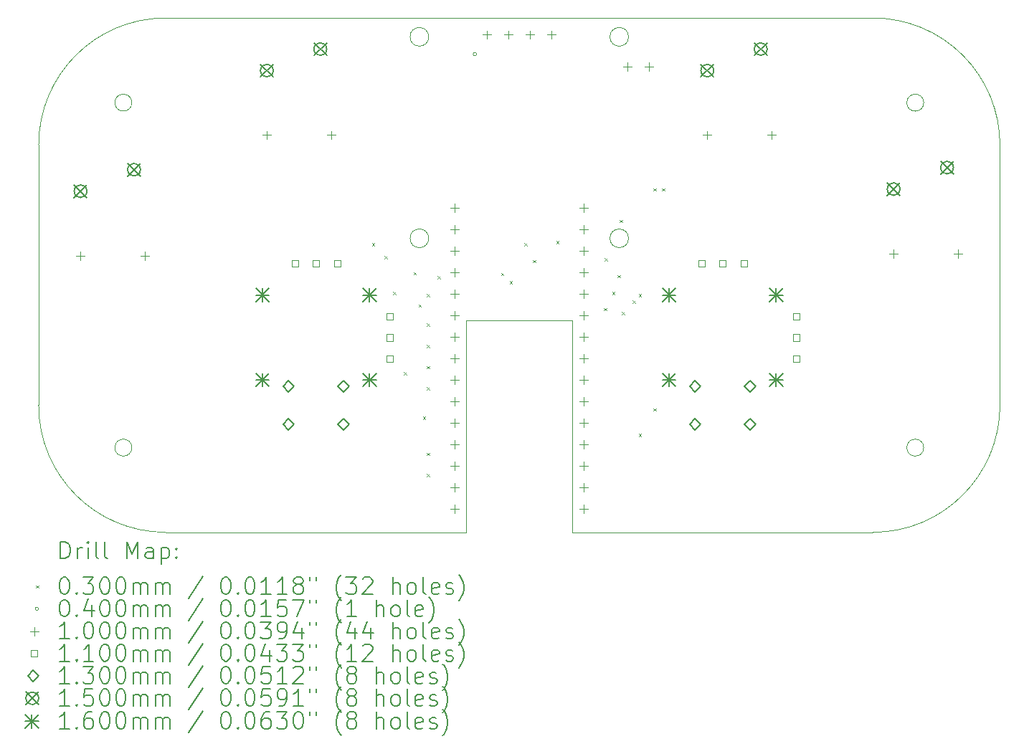
<source format=gbr>
%TF.GenerationSoftware,KiCad,Pcbnew,(6.0.9)*%
%TF.CreationDate,2023-06-09T10:32:01+10:00*%
%TF.ProjectId,Joysticks2.0,4a6f7973-7469-4636-9b73-322e302e6b69,rev?*%
%TF.SameCoordinates,PX3d09000PY568bc30*%
%TF.FileFunction,Drillmap*%
%TF.FilePolarity,Positive*%
%FSLAX45Y45*%
G04 Gerber Fmt 4.5, Leading zero omitted, Abs format (unit mm)*
G04 Created by KiCad (PCBNEW (6.0.9)) date 2023-06-09 10:32:01*
%MOMM*%
%LPD*%
G01*
G04 APERTURE LIST*
%ADD10C,0.010000*%
%ADD11C,0.200000*%
%ADD12C,0.030000*%
%ADD13C,0.040000*%
%ADD14C,0.100000*%
%ADD15C,0.110000*%
%ADD16C,0.130000*%
%ADD17C,0.150000*%
%ADD18C,0.160000*%
G04 APERTURE END LIST*
D10*
X-2075000Y450000D02*
X-2075000Y-2625000D01*
X9275000Y450000D02*
G75*
G03*
X7775000Y1950000I-1500000J0D01*
G01*
X2975000Y-1625000D02*
X4225000Y-1625000D01*
X-2075000Y-2625000D02*
G75*
G03*
X-575000Y-4125000I1500000J0D01*
G01*
X7775000Y-4125000D02*
G75*
G03*
X9275000Y-2625000I0J1500000D01*
G01*
X2530000Y-652500D02*
G75*
G03*
X2530000Y-652500I-110000J0D01*
G01*
X7775000Y1950000D02*
X-575000Y1950000D01*
X-975000Y950000D02*
G75*
G03*
X-975000Y950000I-100000J0D01*
G01*
X-975000Y-3125000D02*
G75*
G03*
X-975000Y-3125000I-100000J0D01*
G01*
X4890000Y-652500D02*
G75*
G03*
X4890000Y-652500I-110000J0D01*
G01*
X4890000Y1727500D02*
G75*
G03*
X4890000Y1727500I-110000J0D01*
G01*
X-575000Y1950000D02*
G75*
G03*
X-2075000Y450000I0J-1500000D01*
G01*
X2975000Y-4125000D02*
X2975000Y-1625000D01*
X8375000Y-3125000D02*
G75*
G03*
X8375000Y-3125000I-100000J0D01*
G01*
X2530000Y1727500D02*
G75*
G03*
X2530000Y1727500I-110000J0D01*
G01*
X9275000Y-2625000D02*
X9275000Y450000D01*
X4225000Y-4125000D02*
X7775000Y-4125000D01*
X8375000Y950000D02*
G75*
G03*
X8375000Y950000I-100000J0D01*
G01*
X-575000Y-4125000D02*
X2975000Y-4125000D01*
X4225000Y-1625000D02*
X4225000Y-4125000D01*
D11*
D12*
X1860000Y-710000D02*
X1890000Y-740000D01*
X1890000Y-710000D02*
X1860000Y-740000D01*
X2010000Y-860000D02*
X2040000Y-890000D01*
X2040000Y-860000D02*
X2010000Y-890000D01*
X2110000Y-1285000D02*
X2140000Y-1315000D01*
X2140000Y-1285000D02*
X2110000Y-1315000D01*
X2237550Y-2235000D02*
X2267550Y-2265000D01*
X2267550Y-2235000D02*
X2237550Y-2265000D01*
X2353341Y-1053341D02*
X2383341Y-1083341D01*
X2383341Y-1053341D02*
X2353341Y-1083341D01*
X2409292Y-1434292D02*
X2439292Y-1464292D01*
X2439292Y-1434292D02*
X2409292Y-1464292D01*
X2460000Y-2760000D02*
X2490000Y-2790000D01*
X2490000Y-2760000D02*
X2460000Y-2790000D01*
X2510000Y-1310000D02*
X2540000Y-1340000D01*
X2540000Y-1310000D02*
X2510000Y-1340000D01*
X2510000Y-1660000D02*
X2540000Y-1690000D01*
X2540000Y-1660000D02*
X2510000Y-1690000D01*
X2510000Y-1910000D02*
X2540000Y-1940000D01*
X2540000Y-1910000D02*
X2510000Y-1940000D01*
X2510000Y-2160000D02*
X2540000Y-2190000D01*
X2540000Y-2160000D02*
X2510000Y-2190000D01*
X2510000Y-2410000D02*
X2540000Y-2440000D01*
X2540000Y-2410000D02*
X2510000Y-2440000D01*
X2510000Y-3185000D02*
X2540000Y-3215000D01*
X2540000Y-3185000D02*
X2510000Y-3215000D01*
X2510000Y-3435000D02*
X2540000Y-3465000D01*
X2540000Y-3435000D02*
X2510000Y-3465000D01*
X2635000Y-1097550D02*
X2665000Y-1127550D01*
X2665000Y-1097550D02*
X2635000Y-1127550D01*
X3385000Y-1060000D02*
X3415000Y-1090000D01*
X3415000Y-1060000D02*
X3385000Y-1090000D01*
X3485000Y-1160000D02*
X3515000Y-1190000D01*
X3515000Y-1160000D02*
X3485000Y-1190000D01*
X3660000Y-710000D02*
X3690000Y-740000D01*
X3690000Y-710000D02*
X3660000Y-740000D01*
X3760000Y-910000D02*
X3790000Y-940000D01*
X3790000Y-910000D02*
X3760000Y-940000D01*
X4035000Y-685000D02*
X4065000Y-715000D01*
X4065000Y-685000D02*
X4035000Y-715000D01*
X4598841Y-1473841D02*
X4628841Y-1503841D01*
X4628841Y-1473841D02*
X4598841Y-1503841D01*
X4610000Y-885000D02*
X4640000Y-915000D01*
X4640000Y-885000D02*
X4610000Y-915000D01*
X4697550Y-1285000D02*
X4727550Y-1315000D01*
X4727550Y-1285000D02*
X4697550Y-1315000D01*
X4760000Y-1085000D02*
X4790000Y-1115000D01*
X4790000Y-1085000D02*
X4760000Y-1115000D01*
X4785000Y-435000D02*
X4815000Y-465000D01*
X4815000Y-435000D02*
X4785000Y-465000D01*
X4810000Y-1522450D02*
X4840000Y-1552450D01*
X4840000Y-1522450D02*
X4810000Y-1552450D01*
X4938312Y-1388312D02*
X4968312Y-1418312D01*
X4968312Y-1388312D02*
X4938312Y-1418312D01*
X5010000Y-1310000D02*
X5040000Y-1340000D01*
X5040000Y-1310000D02*
X5010000Y-1340000D01*
X5010000Y-2960000D02*
X5040000Y-2990000D01*
X5040000Y-2960000D02*
X5010000Y-2990000D01*
X5185000Y-60000D02*
X5215000Y-90000D01*
X5215000Y-60000D02*
X5185000Y-90000D01*
X5185000Y-2660000D02*
X5215000Y-2690000D01*
X5215000Y-2660000D02*
X5185000Y-2690000D01*
X5285000Y-60000D02*
X5315000Y-90000D01*
X5315000Y-60000D02*
X5285000Y-90000D01*
D13*
X3095000Y1525000D02*
G75*
G03*
X3095000Y1525000I-20000J0D01*
G01*
D14*
X-1581000Y-808000D02*
X-1581000Y-908000D01*
X-1631000Y-858000D02*
X-1531000Y-858000D01*
X-819000Y-808000D02*
X-819000Y-908000D01*
X-869000Y-858000D02*
X-769000Y-858000D01*
X619000Y617000D02*
X619000Y517000D01*
X569000Y567000D02*
X669000Y567000D01*
X1381000Y617000D02*
X1381000Y517000D01*
X1331000Y567000D02*
X1431000Y567000D01*
X2839000Y-245000D02*
X2839000Y-345000D01*
X2789000Y-295000D02*
X2889000Y-295000D01*
X2839000Y-499000D02*
X2839000Y-599000D01*
X2789000Y-549000D02*
X2889000Y-549000D01*
X2839000Y-753000D02*
X2839000Y-853000D01*
X2789000Y-803000D02*
X2889000Y-803000D01*
X2839000Y-1007000D02*
X2839000Y-1107000D01*
X2789000Y-1057000D02*
X2889000Y-1057000D01*
X2839000Y-1261000D02*
X2839000Y-1361000D01*
X2789000Y-1311000D02*
X2889000Y-1311000D01*
X2839000Y-1515000D02*
X2839000Y-1615000D01*
X2789000Y-1565000D02*
X2889000Y-1565000D01*
X2839000Y-1769000D02*
X2839000Y-1869000D01*
X2789000Y-1819000D02*
X2889000Y-1819000D01*
X2839000Y-2023000D02*
X2839000Y-2123000D01*
X2789000Y-2073000D02*
X2889000Y-2073000D01*
X2839000Y-2277000D02*
X2839000Y-2377000D01*
X2789000Y-2327000D02*
X2889000Y-2327000D01*
X2839000Y-2531000D02*
X2839000Y-2631000D01*
X2789000Y-2581000D02*
X2889000Y-2581000D01*
X2839000Y-2785000D02*
X2839000Y-2885000D01*
X2789000Y-2835000D02*
X2889000Y-2835000D01*
X2839000Y-3039000D02*
X2839000Y-3139000D01*
X2789000Y-3089000D02*
X2889000Y-3089000D01*
X2839000Y-3293000D02*
X2839000Y-3393000D01*
X2789000Y-3343000D02*
X2889000Y-3343000D01*
X2839000Y-3547000D02*
X2839000Y-3647000D01*
X2789000Y-3597000D02*
X2889000Y-3597000D01*
X2839000Y-3801000D02*
X2839000Y-3901000D01*
X2789000Y-3851000D02*
X2889000Y-3851000D01*
X3220000Y1802500D02*
X3220000Y1702500D01*
X3170000Y1752500D02*
X3270000Y1752500D01*
X3474000Y1802500D02*
X3474000Y1702500D01*
X3424000Y1752500D02*
X3524000Y1752500D01*
X3728000Y1802500D02*
X3728000Y1702500D01*
X3678000Y1752500D02*
X3778000Y1752500D01*
X3982000Y1802500D02*
X3982000Y1702500D01*
X3932000Y1752500D02*
X4032000Y1752500D01*
X4363000Y-245000D02*
X4363000Y-345000D01*
X4313000Y-295000D02*
X4413000Y-295000D01*
X4363000Y-499000D02*
X4363000Y-599000D01*
X4313000Y-549000D02*
X4413000Y-549000D01*
X4363000Y-753000D02*
X4363000Y-853000D01*
X4313000Y-803000D02*
X4413000Y-803000D01*
X4363000Y-1007000D02*
X4363000Y-1107000D01*
X4313000Y-1057000D02*
X4413000Y-1057000D01*
X4363000Y-1261000D02*
X4363000Y-1361000D01*
X4313000Y-1311000D02*
X4413000Y-1311000D01*
X4363000Y-1515000D02*
X4363000Y-1615000D01*
X4313000Y-1565000D02*
X4413000Y-1565000D01*
X4363000Y-1769000D02*
X4363000Y-1869000D01*
X4313000Y-1819000D02*
X4413000Y-1819000D01*
X4363000Y-2023000D02*
X4363000Y-2123000D01*
X4313000Y-2073000D02*
X4413000Y-2073000D01*
X4363000Y-2277000D02*
X4363000Y-2377000D01*
X4313000Y-2327000D02*
X4413000Y-2327000D01*
X4363000Y-2531000D02*
X4363000Y-2631000D01*
X4313000Y-2581000D02*
X4413000Y-2581000D01*
X4363000Y-2785000D02*
X4363000Y-2885000D01*
X4313000Y-2835000D02*
X4413000Y-2835000D01*
X4363000Y-3039000D02*
X4363000Y-3139000D01*
X4313000Y-3089000D02*
X4413000Y-3089000D01*
X4363000Y-3293000D02*
X4363000Y-3393000D01*
X4313000Y-3343000D02*
X4413000Y-3343000D01*
X4363000Y-3547000D02*
X4363000Y-3647000D01*
X4313000Y-3597000D02*
X4413000Y-3597000D01*
X4363000Y-3801000D02*
X4363000Y-3901000D01*
X4313000Y-3851000D02*
X4413000Y-3851000D01*
X4875000Y1425000D02*
X4875000Y1325000D01*
X4825000Y1375000D02*
X4925000Y1375000D01*
X5129000Y1425000D02*
X5129000Y1325000D01*
X5079000Y1375000D02*
X5179000Y1375000D01*
X5819000Y617000D02*
X5819000Y517000D01*
X5769000Y567000D02*
X5869000Y567000D01*
X6581000Y617000D02*
X6581000Y517000D01*
X6531000Y567000D02*
X6631000Y567000D01*
X8019000Y-783000D02*
X8019000Y-883000D01*
X7969000Y-833000D02*
X8069000Y-833000D01*
X8781000Y-783000D02*
X8781000Y-883000D01*
X8731000Y-833000D02*
X8831000Y-833000D01*
D15*
X988891Y-990891D02*
X988891Y-913109D01*
X911109Y-913109D01*
X911109Y-990891D01*
X988891Y-990891D01*
X1238891Y-990891D02*
X1238891Y-913109D01*
X1161109Y-913109D01*
X1161109Y-990891D01*
X1238891Y-990891D01*
X1488891Y-990891D02*
X1488891Y-913109D01*
X1411109Y-913109D01*
X1411109Y-990891D01*
X1488891Y-990891D01*
X2111891Y-1613891D02*
X2111891Y-1536109D01*
X2034109Y-1536109D01*
X2034109Y-1613891D01*
X2111891Y-1613891D01*
X2111891Y-1863891D02*
X2111891Y-1786109D01*
X2034109Y-1786109D01*
X2034109Y-1863891D01*
X2111891Y-1863891D01*
X2111891Y-2113891D02*
X2111891Y-2036109D01*
X2034109Y-2036109D01*
X2034109Y-2113891D01*
X2111891Y-2113891D01*
X5788891Y-990891D02*
X5788891Y-913109D01*
X5711109Y-913109D01*
X5711109Y-990891D01*
X5788891Y-990891D01*
X6038891Y-990891D02*
X6038891Y-913109D01*
X5961109Y-913109D01*
X5961109Y-990891D01*
X6038891Y-990891D01*
X6288891Y-990891D02*
X6288891Y-913109D01*
X6211109Y-913109D01*
X6211109Y-990891D01*
X6288891Y-990891D01*
X6911891Y-1613891D02*
X6911891Y-1536109D01*
X6834109Y-1536109D01*
X6834109Y-1613891D01*
X6911891Y-1613891D01*
X6911891Y-1863891D02*
X6911891Y-1786109D01*
X6834109Y-1786109D01*
X6834109Y-1863891D01*
X6911891Y-1863891D01*
X6911891Y-2113891D02*
X6911891Y-2036109D01*
X6834109Y-2036109D01*
X6834109Y-2113891D01*
X6911891Y-2113891D01*
D16*
X875000Y-2465000D02*
X940000Y-2400000D01*
X875000Y-2335000D01*
X810000Y-2400000D01*
X875000Y-2465000D01*
X875000Y-2915000D02*
X940000Y-2850000D01*
X875000Y-2785000D01*
X810000Y-2850000D01*
X875000Y-2915000D01*
X1525000Y-2465000D02*
X1590000Y-2400000D01*
X1525000Y-2335000D01*
X1460000Y-2400000D01*
X1525000Y-2465000D01*
X1525000Y-2915000D02*
X1590000Y-2850000D01*
X1525000Y-2785000D01*
X1460000Y-2850000D01*
X1525000Y-2915000D01*
X5675000Y-2465000D02*
X5740000Y-2400000D01*
X5675000Y-2335000D01*
X5610000Y-2400000D01*
X5675000Y-2465000D01*
X5675000Y-2915000D02*
X5740000Y-2850000D01*
X5675000Y-2785000D01*
X5610000Y-2850000D01*
X5675000Y-2915000D01*
X6325000Y-2465000D02*
X6390000Y-2400000D01*
X6325000Y-2335000D01*
X6260000Y-2400000D01*
X6325000Y-2465000D01*
X6325000Y-2915000D02*
X6390000Y-2850000D01*
X6325000Y-2785000D01*
X6260000Y-2850000D01*
X6325000Y-2915000D01*
D17*
X-1656000Y-21000D02*
X-1506000Y-171000D01*
X-1506000Y-21000D02*
X-1656000Y-171000D01*
X-1506000Y-96000D02*
G75*
G03*
X-1506000Y-96000I-75000J0D01*
G01*
X-1024000Y233000D02*
X-874000Y83000D01*
X-874000Y233000D02*
X-1024000Y83000D01*
X-874000Y158000D02*
G75*
G03*
X-874000Y158000I-75000J0D01*
G01*
X544000Y1404000D02*
X694000Y1254000D01*
X694000Y1404000D02*
X544000Y1254000D01*
X694000Y1329000D02*
G75*
G03*
X694000Y1329000I-75000J0D01*
G01*
X1176000Y1658000D02*
X1326000Y1508000D01*
X1326000Y1658000D02*
X1176000Y1508000D01*
X1326000Y1583000D02*
G75*
G03*
X1326000Y1583000I-75000J0D01*
G01*
X5744000Y1404000D02*
X5894000Y1254000D01*
X5894000Y1404000D02*
X5744000Y1254000D01*
X5894000Y1329000D02*
G75*
G03*
X5894000Y1329000I-75000J0D01*
G01*
X6376000Y1658000D02*
X6526000Y1508000D01*
X6526000Y1658000D02*
X6376000Y1508000D01*
X6526000Y1583000D02*
G75*
G03*
X6526000Y1583000I-75000J0D01*
G01*
X7944000Y4000D02*
X8094000Y-146000D01*
X8094000Y4000D02*
X7944000Y-146000D01*
X8094000Y-71000D02*
G75*
G03*
X8094000Y-71000I-75000J0D01*
G01*
X8576000Y258000D02*
X8726000Y108000D01*
X8726000Y258000D02*
X8576000Y108000D01*
X8726000Y183000D02*
G75*
G03*
X8726000Y183000I-75000J0D01*
G01*
D18*
X487500Y-1245000D02*
X647500Y-1405000D01*
X647500Y-1245000D02*
X487500Y-1405000D01*
X567500Y-1245000D02*
X567500Y-1405000D01*
X487500Y-1325000D02*
X647500Y-1325000D01*
X487500Y-2245000D02*
X647500Y-2405000D01*
X647500Y-2245000D02*
X487500Y-2405000D01*
X567500Y-2245000D02*
X567500Y-2405000D01*
X487500Y-2325000D02*
X647500Y-2325000D01*
X1752500Y-1245000D02*
X1912500Y-1405000D01*
X1912500Y-1245000D02*
X1752500Y-1405000D01*
X1832500Y-1245000D02*
X1832500Y-1405000D01*
X1752500Y-1325000D02*
X1912500Y-1325000D01*
X1752500Y-2245000D02*
X1912500Y-2405000D01*
X1912500Y-2245000D02*
X1752500Y-2405000D01*
X1832500Y-2245000D02*
X1832500Y-2405000D01*
X1752500Y-2325000D02*
X1912500Y-2325000D01*
X5287500Y-1245000D02*
X5447500Y-1405000D01*
X5447500Y-1245000D02*
X5287500Y-1405000D01*
X5367500Y-1245000D02*
X5367500Y-1405000D01*
X5287500Y-1325000D02*
X5447500Y-1325000D01*
X5287500Y-2245000D02*
X5447500Y-2405000D01*
X5447500Y-2245000D02*
X5287500Y-2405000D01*
X5367500Y-2245000D02*
X5367500Y-2405000D01*
X5287500Y-2325000D02*
X5447500Y-2325000D01*
X6552500Y-1245000D02*
X6712500Y-1405000D01*
X6712500Y-1245000D02*
X6552500Y-1405000D01*
X6632500Y-1245000D02*
X6632500Y-1405000D01*
X6552500Y-1325000D02*
X6712500Y-1325000D01*
X6552500Y-2245000D02*
X6712500Y-2405000D01*
X6712500Y-2245000D02*
X6552500Y-2405000D01*
X6632500Y-2245000D02*
X6632500Y-2405000D01*
X6552500Y-2325000D02*
X6712500Y-2325000D01*
D11*
X-1817881Y-4435976D02*
X-1817881Y-4235976D01*
X-1770262Y-4235976D01*
X-1741690Y-4245500D01*
X-1722643Y-4264548D01*
X-1713119Y-4283595D01*
X-1703595Y-4321690D01*
X-1703595Y-4350262D01*
X-1713119Y-4388357D01*
X-1722643Y-4407405D01*
X-1741690Y-4426452D01*
X-1770262Y-4435976D01*
X-1817881Y-4435976D01*
X-1617881Y-4435976D02*
X-1617881Y-4302643D01*
X-1617881Y-4340738D02*
X-1608357Y-4321690D01*
X-1598833Y-4312167D01*
X-1579786Y-4302643D01*
X-1560738Y-4302643D01*
X-1494071Y-4435976D02*
X-1494071Y-4302643D01*
X-1494071Y-4235976D02*
X-1503595Y-4245500D01*
X-1494071Y-4255024D01*
X-1484548Y-4245500D01*
X-1494071Y-4235976D01*
X-1494071Y-4255024D01*
X-1370262Y-4435976D02*
X-1389310Y-4426452D01*
X-1398833Y-4407405D01*
X-1398833Y-4235976D01*
X-1265500Y-4435976D02*
X-1284548Y-4426452D01*
X-1294072Y-4407405D01*
X-1294072Y-4235976D01*
X-1036929Y-4435976D02*
X-1036929Y-4235976D01*
X-970262Y-4378833D01*
X-903595Y-4235976D01*
X-903595Y-4435976D01*
X-722643Y-4435976D02*
X-722643Y-4331214D01*
X-732167Y-4312167D01*
X-751214Y-4302643D01*
X-789310Y-4302643D01*
X-808357Y-4312167D01*
X-722643Y-4426452D02*
X-741690Y-4435976D01*
X-789310Y-4435976D01*
X-808357Y-4426452D01*
X-817881Y-4407405D01*
X-817881Y-4388357D01*
X-808357Y-4369310D01*
X-789310Y-4359786D01*
X-741690Y-4359786D01*
X-722643Y-4350262D01*
X-627405Y-4302643D02*
X-627405Y-4502643D01*
X-627405Y-4312167D02*
X-608357Y-4302643D01*
X-570262Y-4302643D01*
X-551214Y-4312167D01*
X-541691Y-4321690D01*
X-532167Y-4340738D01*
X-532167Y-4397881D01*
X-541691Y-4416929D01*
X-551214Y-4426452D01*
X-570262Y-4435976D01*
X-608357Y-4435976D01*
X-627405Y-4426452D01*
X-446452Y-4416929D02*
X-436929Y-4426452D01*
X-446452Y-4435976D01*
X-455976Y-4426452D01*
X-446452Y-4416929D01*
X-446452Y-4435976D01*
X-446452Y-4312167D02*
X-436929Y-4321690D01*
X-446452Y-4331214D01*
X-455976Y-4321690D01*
X-446452Y-4312167D01*
X-446452Y-4331214D01*
D12*
X-2105500Y-4750500D02*
X-2075500Y-4780500D01*
X-2075500Y-4750500D02*
X-2105500Y-4780500D01*
D11*
X-1779786Y-4655976D02*
X-1760738Y-4655976D01*
X-1741690Y-4665500D01*
X-1732167Y-4675024D01*
X-1722643Y-4694071D01*
X-1713119Y-4732167D01*
X-1713119Y-4779786D01*
X-1722643Y-4817881D01*
X-1732167Y-4836929D01*
X-1741690Y-4846452D01*
X-1760738Y-4855976D01*
X-1779786Y-4855976D01*
X-1798833Y-4846452D01*
X-1808357Y-4836929D01*
X-1817881Y-4817881D01*
X-1827405Y-4779786D01*
X-1827405Y-4732167D01*
X-1817881Y-4694071D01*
X-1808357Y-4675024D01*
X-1798833Y-4665500D01*
X-1779786Y-4655976D01*
X-1627405Y-4836929D02*
X-1617881Y-4846452D01*
X-1627405Y-4855976D01*
X-1636929Y-4846452D01*
X-1627405Y-4836929D01*
X-1627405Y-4855976D01*
X-1551214Y-4655976D02*
X-1427405Y-4655976D01*
X-1494071Y-4732167D01*
X-1465500Y-4732167D01*
X-1446452Y-4741690D01*
X-1436929Y-4751214D01*
X-1427405Y-4770262D01*
X-1427405Y-4817881D01*
X-1436929Y-4836929D01*
X-1446452Y-4846452D01*
X-1465500Y-4855976D01*
X-1522643Y-4855976D01*
X-1541690Y-4846452D01*
X-1551214Y-4836929D01*
X-1303595Y-4655976D02*
X-1284548Y-4655976D01*
X-1265500Y-4665500D01*
X-1255976Y-4675024D01*
X-1246452Y-4694071D01*
X-1236929Y-4732167D01*
X-1236929Y-4779786D01*
X-1246452Y-4817881D01*
X-1255976Y-4836929D01*
X-1265500Y-4846452D01*
X-1284548Y-4855976D01*
X-1303595Y-4855976D01*
X-1322643Y-4846452D01*
X-1332167Y-4836929D01*
X-1341691Y-4817881D01*
X-1351214Y-4779786D01*
X-1351214Y-4732167D01*
X-1341691Y-4694071D01*
X-1332167Y-4675024D01*
X-1322643Y-4665500D01*
X-1303595Y-4655976D01*
X-1113119Y-4655976D02*
X-1094072Y-4655976D01*
X-1075024Y-4665500D01*
X-1065500Y-4675024D01*
X-1055976Y-4694071D01*
X-1046452Y-4732167D01*
X-1046452Y-4779786D01*
X-1055976Y-4817881D01*
X-1065500Y-4836929D01*
X-1075024Y-4846452D01*
X-1094072Y-4855976D01*
X-1113119Y-4855976D01*
X-1132167Y-4846452D01*
X-1141691Y-4836929D01*
X-1151214Y-4817881D01*
X-1160738Y-4779786D01*
X-1160738Y-4732167D01*
X-1151214Y-4694071D01*
X-1141691Y-4675024D01*
X-1132167Y-4665500D01*
X-1113119Y-4655976D01*
X-960738Y-4855976D02*
X-960738Y-4722643D01*
X-960738Y-4741690D02*
X-951214Y-4732167D01*
X-932167Y-4722643D01*
X-903595Y-4722643D01*
X-884548Y-4732167D01*
X-875024Y-4751214D01*
X-875024Y-4855976D01*
X-875024Y-4751214D02*
X-865500Y-4732167D01*
X-846452Y-4722643D01*
X-817881Y-4722643D01*
X-798833Y-4732167D01*
X-789310Y-4751214D01*
X-789310Y-4855976D01*
X-694072Y-4855976D02*
X-694072Y-4722643D01*
X-694072Y-4741690D02*
X-684548Y-4732167D01*
X-665500Y-4722643D01*
X-636929Y-4722643D01*
X-617881Y-4732167D01*
X-608357Y-4751214D01*
X-608357Y-4855976D01*
X-608357Y-4751214D02*
X-598833Y-4732167D01*
X-579786Y-4722643D01*
X-551214Y-4722643D01*
X-532167Y-4732167D01*
X-522643Y-4751214D01*
X-522643Y-4855976D01*
X-132167Y-4646452D02*
X-303595Y-4903595D01*
X124976Y-4655976D02*
X144024Y-4655976D01*
X163071Y-4665500D01*
X172595Y-4675024D01*
X182119Y-4694071D01*
X191643Y-4732167D01*
X191643Y-4779786D01*
X182119Y-4817881D01*
X172595Y-4836929D01*
X163071Y-4846452D01*
X144024Y-4855976D01*
X124976Y-4855976D01*
X105928Y-4846452D01*
X96405Y-4836929D01*
X86881Y-4817881D01*
X77357Y-4779786D01*
X77357Y-4732167D01*
X86881Y-4694071D01*
X96405Y-4675024D01*
X105928Y-4665500D01*
X124976Y-4655976D01*
X277357Y-4836929D02*
X286881Y-4846452D01*
X277357Y-4855976D01*
X267833Y-4846452D01*
X277357Y-4836929D01*
X277357Y-4855976D01*
X410690Y-4655976D02*
X429738Y-4655976D01*
X448786Y-4665500D01*
X458309Y-4675024D01*
X467833Y-4694071D01*
X477357Y-4732167D01*
X477357Y-4779786D01*
X467833Y-4817881D01*
X458309Y-4836929D01*
X448786Y-4846452D01*
X429738Y-4855976D01*
X410690Y-4855976D01*
X391643Y-4846452D01*
X382119Y-4836929D01*
X372595Y-4817881D01*
X363071Y-4779786D01*
X363071Y-4732167D01*
X372595Y-4694071D01*
X382119Y-4675024D01*
X391643Y-4665500D01*
X410690Y-4655976D01*
X667833Y-4855976D02*
X553548Y-4855976D01*
X610690Y-4855976D02*
X610690Y-4655976D01*
X591643Y-4684548D01*
X572595Y-4703595D01*
X553548Y-4713119D01*
X858309Y-4855976D02*
X744024Y-4855976D01*
X801167Y-4855976D02*
X801167Y-4655976D01*
X782119Y-4684548D01*
X763071Y-4703595D01*
X744024Y-4713119D01*
X972595Y-4741690D02*
X953548Y-4732167D01*
X944024Y-4722643D01*
X934500Y-4703595D01*
X934500Y-4694071D01*
X944024Y-4675024D01*
X953548Y-4665500D01*
X972595Y-4655976D01*
X1010690Y-4655976D01*
X1029738Y-4665500D01*
X1039262Y-4675024D01*
X1048786Y-4694071D01*
X1048786Y-4703595D01*
X1039262Y-4722643D01*
X1029738Y-4732167D01*
X1010690Y-4741690D01*
X972595Y-4741690D01*
X953548Y-4751214D01*
X944024Y-4760738D01*
X934500Y-4779786D01*
X934500Y-4817881D01*
X944024Y-4836929D01*
X953548Y-4846452D01*
X972595Y-4855976D01*
X1010690Y-4855976D01*
X1029738Y-4846452D01*
X1039262Y-4836929D01*
X1048786Y-4817881D01*
X1048786Y-4779786D01*
X1039262Y-4760738D01*
X1029738Y-4751214D01*
X1010690Y-4741690D01*
X1124976Y-4655976D02*
X1124976Y-4694071D01*
X1201167Y-4655976D02*
X1201167Y-4694071D01*
X1496405Y-4932167D02*
X1486881Y-4922643D01*
X1467833Y-4894071D01*
X1458309Y-4875024D01*
X1448786Y-4846452D01*
X1439262Y-4798833D01*
X1439262Y-4760738D01*
X1448786Y-4713119D01*
X1458309Y-4684548D01*
X1467833Y-4665500D01*
X1486881Y-4636929D01*
X1496405Y-4627405D01*
X1553548Y-4655976D02*
X1677357Y-4655976D01*
X1610690Y-4732167D01*
X1639262Y-4732167D01*
X1658309Y-4741690D01*
X1667833Y-4751214D01*
X1677357Y-4770262D01*
X1677357Y-4817881D01*
X1667833Y-4836929D01*
X1658309Y-4846452D01*
X1639262Y-4855976D01*
X1582119Y-4855976D01*
X1563071Y-4846452D01*
X1553548Y-4836929D01*
X1753548Y-4675024D02*
X1763071Y-4665500D01*
X1782119Y-4655976D01*
X1829738Y-4655976D01*
X1848786Y-4665500D01*
X1858309Y-4675024D01*
X1867833Y-4694071D01*
X1867833Y-4713119D01*
X1858309Y-4741690D01*
X1744024Y-4855976D01*
X1867833Y-4855976D01*
X2105929Y-4855976D02*
X2105929Y-4655976D01*
X2191643Y-4855976D02*
X2191643Y-4751214D01*
X2182119Y-4732167D01*
X2163071Y-4722643D01*
X2134500Y-4722643D01*
X2115452Y-4732167D01*
X2105929Y-4741690D01*
X2315452Y-4855976D02*
X2296405Y-4846452D01*
X2286881Y-4836929D01*
X2277357Y-4817881D01*
X2277357Y-4760738D01*
X2286881Y-4741690D01*
X2296405Y-4732167D01*
X2315452Y-4722643D01*
X2344024Y-4722643D01*
X2363071Y-4732167D01*
X2372595Y-4741690D01*
X2382119Y-4760738D01*
X2382119Y-4817881D01*
X2372595Y-4836929D01*
X2363071Y-4846452D01*
X2344024Y-4855976D01*
X2315452Y-4855976D01*
X2496405Y-4855976D02*
X2477357Y-4846452D01*
X2467833Y-4827405D01*
X2467833Y-4655976D01*
X2648786Y-4846452D02*
X2629738Y-4855976D01*
X2591643Y-4855976D01*
X2572595Y-4846452D01*
X2563071Y-4827405D01*
X2563071Y-4751214D01*
X2572595Y-4732167D01*
X2591643Y-4722643D01*
X2629738Y-4722643D01*
X2648786Y-4732167D01*
X2658310Y-4751214D01*
X2658310Y-4770262D01*
X2563071Y-4789310D01*
X2734500Y-4846452D02*
X2753548Y-4855976D01*
X2791643Y-4855976D01*
X2810690Y-4846452D01*
X2820214Y-4827405D01*
X2820214Y-4817881D01*
X2810690Y-4798833D01*
X2791643Y-4789310D01*
X2763071Y-4789310D01*
X2744024Y-4779786D01*
X2734500Y-4760738D01*
X2734500Y-4751214D01*
X2744024Y-4732167D01*
X2763071Y-4722643D01*
X2791643Y-4722643D01*
X2810690Y-4732167D01*
X2886881Y-4932167D02*
X2896405Y-4922643D01*
X2915452Y-4894071D01*
X2924976Y-4875024D01*
X2934500Y-4846452D01*
X2944024Y-4798833D01*
X2944024Y-4760738D01*
X2934500Y-4713119D01*
X2924976Y-4684548D01*
X2915452Y-4665500D01*
X2896405Y-4636929D01*
X2886881Y-4627405D01*
D13*
X-2075500Y-5029500D02*
G75*
G03*
X-2075500Y-5029500I-20000J0D01*
G01*
D11*
X-1779786Y-4919976D02*
X-1760738Y-4919976D01*
X-1741690Y-4929500D01*
X-1732167Y-4939024D01*
X-1722643Y-4958071D01*
X-1713119Y-4996167D01*
X-1713119Y-5043786D01*
X-1722643Y-5081881D01*
X-1732167Y-5100929D01*
X-1741690Y-5110452D01*
X-1760738Y-5119976D01*
X-1779786Y-5119976D01*
X-1798833Y-5110452D01*
X-1808357Y-5100929D01*
X-1817881Y-5081881D01*
X-1827405Y-5043786D01*
X-1827405Y-4996167D01*
X-1817881Y-4958071D01*
X-1808357Y-4939024D01*
X-1798833Y-4929500D01*
X-1779786Y-4919976D01*
X-1627405Y-5100929D02*
X-1617881Y-5110452D01*
X-1627405Y-5119976D01*
X-1636929Y-5110452D01*
X-1627405Y-5100929D01*
X-1627405Y-5119976D01*
X-1446452Y-4986643D02*
X-1446452Y-5119976D01*
X-1494071Y-4910452D02*
X-1541690Y-5053310D01*
X-1417881Y-5053310D01*
X-1303595Y-4919976D02*
X-1284548Y-4919976D01*
X-1265500Y-4929500D01*
X-1255976Y-4939024D01*
X-1246452Y-4958071D01*
X-1236929Y-4996167D01*
X-1236929Y-5043786D01*
X-1246452Y-5081881D01*
X-1255976Y-5100929D01*
X-1265500Y-5110452D01*
X-1284548Y-5119976D01*
X-1303595Y-5119976D01*
X-1322643Y-5110452D01*
X-1332167Y-5100929D01*
X-1341691Y-5081881D01*
X-1351214Y-5043786D01*
X-1351214Y-4996167D01*
X-1341691Y-4958071D01*
X-1332167Y-4939024D01*
X-1322643Y-4929500D01*
X-1303595Y-4919976D01*
X-1113119Y-4919976D02*
X-1094072Y-4919976D01*
X-1075024Y-4929500D01*
X-1065500Y-4939024D01*
X-1055976Y-4958071D01*
X-1046452Y-4996167D01*
X-1046452Y-5043786D01*
X-1055976Y-5081881D01*
X-1065500Y-5100929D01*
X-1075024Y-5110452D01*
X-1094072Y-5119976D01*
X-1113119Y-5119976D01*
X-1132167Y-5110452D01*
X-1141691Y-5100929D01*
X-1151214Y-5081881D01*
X-1160738Y-5043786D01*
X-1160738Y-4996167D01*
X-1151214Y-4958071D01*
X-1141691Y-4939024D01*
X-1132167Y-4929500D01*
X-1113119Y-4919976D01*
X-960738Y-5119976D02*
X-960738Y-4986643D01*
X-960738Y-5005690D02*
X-951214Y-4996167D01*
X-932167Y-4986643D01*
X-903595Y-4986643D01*
X-884548Y-4996167D01*
X-875024Y-5015214D01*
X-875024Y-5119976D01*
X-875024Y-5015214D02*
X-865500Y-4996167D01*
X-846452Y-4986643D01*
X-817881Y-4986643D01*
X-798833Y-4996167D01*
X-789310Y-5015214D01*
X-789310Y-5119976D01*
X-694072Y-5119976D02*
X-694072Y-4986643D01*
X-694072Y-5005690D02*
X-684548Y-4996167D01*
X-665500Y-4986643D01*
X-636929Y-4986643D01*
X-617881Y-4996167D01*
X-608357Y-5015214D01*
X-608357Y-5119976D01*
X-608357Y-5015214D02*
X-598833Y-4996167D01*
X-579786Y-4986643D01*
X-551214Y-4986643D01*
X-532167Y-4996167D01*
X-522643Y-5015214D01*
X-522643Y-5119976D01*
X-132167Y-4910452D02*
X-303595Y-5167595D01*
X124976Y-4919976D02*
X144024Y-4919976D01*
X163071Y-4929500D01*
X172595Y-4939024D01*
X182119Y-4958071D01*
X191643Y-4996167D01*
X191643Y-5043786D01*
X182119Y-5081881D01*
X172595Y-5100929D01*
X163071Y-5110452D01*
X144024Y-5119976D01*
X124976Y-5119976D01*
X105928Y-5110452D01*
X96405Y-5100929D01*
X86881Y-5081881D01*
X77357Y-5043786D01*
X77357Y-4996167D01*
X86881Y-4958071D01*
X96405Y-4939024D01*
X105928Y-4929500D01*
X124976Y-4919976D01*
X277357Y-5100929D02*
X286881Y-5110452D01*
X277357Y-5119976D01*
X267833Y-5110452D01*
X277357Y-5100929D01*
X277357Y-5119976D01*
X410690Y-4919976D02*
X429738Y-4919976D01*
X448786Y-4929500D01*
X458309Y-4939024D01*
X467833Y-4958071D01*
X477357Y-4996167D01*
X477357Y-5043786D01*
X467833Y-5081881D01*
X458309Y-5100929D01*
X448786Y-5110452D01*
X429738Y-5119976D01*
X410690Y-5119976D01*
X391643Y-5110452D01*
X382119Y-5100929D01*
X372595Y-5081881D01*
X363071Y-5043786D01*
X363071Y-4996167D01*
X372595Y-4958071D01*
X382119Y-4939024D01*
X391643Y-4929500D01*
X410690Y-4919976D01*
X667833Y-5119976D02*
X553548Y-5119976D01*
X610690Y-5119976D02*
X610690Y-4919976D01*
X591643Y-4948548D01*
X572595Y-4967595D01*
X553548Y-4977119D01*
X848786Y-4919976D02*
X753548Y-4919976D01*
X744024Y-5015214D01*
X753548Y-5005690D01*
X772595Y-4996167D01*
X820214Y-4996167D01*
X839262Y-5005690D01*
X848786Y-5015214D01*
X858309Y-5034262D01*
X858309Y-5081881D01*
X848786Y-5100929D01*
X839262Y-5110452D01*
X820214Y-5119976D01*
X772595Y-5119976D01*
X753548Y-5110452D01*
X744024Y-5100929D01*
X924976Y-4919976D02*
X1058310Y-4919976D01*
X972595Y-5119976D01*
X1124976Y-4919976D02*
X1124976Y-4958071D01*
X1201167Y-4919976D02*
X1201167Y-4958071D01*
X1496405Y-5196167D02*
X1486881Y-5186643D01*
X1467833Y-5158071D01*
X1458309Y-5139024D01*
X1448786Y-5110452D01*
X1439262Y-5062833D01*
X1439262Y-5024738D01*
X1448786Y-4977119D01*
X1458309Y-4948548D01*
X1467833Y-4929500D01*
X1486881Y-4900929D01*
X1496405Y-4891405D01*
X1677357Y-5119976D02*
X1563071Y-5119976D01*
X1620214Y-5119976D02*
X1620214Y-4919976D01*
X1601167Y-4948548D01*
X1582119Y-4967595D01*
X1563071Y-4977119D01*
X1915452Y-5119976D02*
X1915452Y-4919976D01*
X2001167Y-5119976D02*
X2001167Y-5015214D01*
X1991643Y-4996167D01*
X1972595Y-4986643D01*
X1944024Y-4986643D01*
X1924976Y-4996167D01*
X1915452Y-5005690D01*
X2124976Y-5119976D02*
X2105929Y-5110452D01*
X2096405Y-5100929D01*
X2086881Y-5081881D01*
X2086881Y-5024738D01*
X2096405Y-5005690D01*
X2105929Y-4996167D01*
X2124976Y-4986643D01*
X2153548Y-4986643D01*
X2172595Y-4996167D01*
X2182119Y-5005690D01*
X2191643Y-5024738D01*
X2191643Y-5081881D01*
X2182119Y-5100929D01*
X2172595Y-5110452D01*
X2153548Y-5119976D01*
X2124976Y-5119976D01*
X2305929Y-5119976D02*
X2286881Y-5110452D01*
X2277357Y-5091405D01*
X2277357Y-4919976D01*
X2458310Y-5110452D02*
X2439262Y-5119976D01*
X2401167Y-5119976D01*
X2382119Y-5110452D01*
X2372595Y-5091405D01*
X2372595Y-5015214D01*
X2382119Y-4996167D01*
X2401167Y-4986643D01*
X2439262Y-4986643D01*
X2458310Y-4996167D01*
X2467833Y-5015214D01*
X2467833Y-5034262D01*
X2372595Y-5053310D01*
X2534500Y-5196167D02*
X2544024Y-5186643D01*
X2563071Y-5158071D01*
X2572595Y-5139024D01*
X2582119Y-5110452D01*
X2591643Y-5062833D01*
X2591643Y-5024738D01*
X2582119Y-4977119D01*
X2572595Y-4948548D01*
X2563071Y-4929500D01*
X2544024Y-4900929D01*
X2534500Y-4891405D01*
D14*
X-2125500Y-5243500D02*
X-2125500Y-5343500D01*
X-2175500Y-5293500D02*
X-2075500Y-5293500D01*
D11*
X-1713119Y-5383976D02*
X-1827405Y-5383976D01*
X-1770262Y-5383976D02*
X-1770262Y-5183976D01*
X-1789310Y-5212548D01*
X-1808357Y-5231595D01*
X-1827405Y-5241119D01*
X-1627405Y-5364929D02*
X-1617881Y-5374452D01*
X-1627405Y-5383976D01*
X-1636929Y-5374452D01*
X-1627405Y-5364929D01*
X-1627405Y-5383976D01*
X-1494071Y-5183976D02*
X-1475024Y-5183976D01*
X-1455976Y-5193500D01*
X-1446452Y-5203024D01*
X-1436929Y-5222071D01*
X-1427405Y-5260167D01*
X-1427405Y-5307786D01*
X-1436929Y-5345881D01*
X-1446452Y-5364929D01*
X-1455976Y-5374452D01*
X-1475024Y-5383976D01*
X-1494071Y-5383976D01*
X-1513119Y-5374452D01*
X-1522643Y-5364929D01*
X-1532167Y-5345881D01*
X-1541690Y-5307786D01*
X-1541690Y-5260167D01*
X-1532167Y-5222071D01*
X-1522643Y-5203024D01*
X-1513119Y-5193500D01*
X-1494071Y-5183976D01*
X-1303595Y-5183976D02*
X-1284548Y-5183976D01*
X-1265500Y-5193500D01*
X-1255976Y-5203024D01*
X-1246452Y-5222071D01*
X-1236929Y-5260167D01*
X-1236929Y-5307786D01*
X-1246452Y-5345881D01*
X-1255976Y-5364929D01*
X-1265500Y-5374452D01*
X-1284548Y-5383976D01*
X-1303595Y-5383976D01*
X-1322643Y-5374452D01*
X-1332167Y-5364929D01*
X-1341691Y-5345881D01*
X-1351214Y-5307786D01*
X-1351214Y-5260167D01*
X-1341691Y-5222071D01*
X-1332167Y-5203024D01*
X-1322643Y-5193500D01*
X-1303595Y-5183976D01*
X-1113119Y-5183976D02*
X-1094072Y-5183976D01*
X-1075024Y-5193500D01*
X-1065500Y-5203024D01*
X-1055976Y-5222071D01*
X-1046452Y-5260167D01*
X-1046452Y-5307786D01*
X-1055976Y-5345881D01*
X-1065500Y-5364929D01*
X-1075024Y-5374452D01*
X-1094072Y-5383976D01*
X-1113119Y-5383976D01*
X-1132167Y-5374452D01*
X-1141691Y-5364929D01*
X-1151214Y-5345881D01*
X-1160738Y-5307786D01*
X-1160738Y-5260167D01*
X-1151214Y-5222071D01*
X-1141691Y-5203024D01*
X-1132167Y-5193500D01*
X-1113119Y-5183976D01*
X-960738Y-5383976D02*
X-960738Y-5250643D01*
X-960738Y-5269690D02*
X-951214Y-5260167D01*
X-932167Y-5250643D01*
X-903595Y-5250643D01*
X-884548Y-5260167D01*
X-875024Y-5279214D01*
X-875024Y-5383976D01*
X-875024Y-5279214D02*
X-865500Y-5260167D01*
X-846452Y-5250643D01*
X-817881Y-5250643D01*
X-798833Y-5260167D01*
X-789310Y-5279214D01*
X-789310Y-5383976D01*
X-694072Y-5383976D02*
X-694072Y-5250643D01*
X-694072Y-5269690D02*
X-684548Y-5260167D01*
X-665500Y-5250643D01*
X-636929Y-5250643D01*
X-617881Y-5260167D01*
X-608357Y-5279214D01*
X-608357Y-5383976D01*
X-608357Y-5279214D02*
X-598833Y-5260167D01*
X-579786Y-5250643D01*
X-551214Y-5250643D01*
X-532167Y-5260167D01*
X-522643Y-5279214D01*
X-522643Y-5383976D01*
X-132167Y-5174452D02*
X-303595Y-5431595D01*
X124976Y-5183976D02*
X144024Y-5183976D01*
X163071Y-5193500D01*
X172595Y-5203024D01*
X182119Y-5222071D01*
X191643Y-5260167D01*
X191643Y-5307786D01*
X182119Y-5345881D01*
X172595Y-5364929D01*
X163071Y-5374452D01*
X144024Y-5383976D01*
X124976Y-5383976D01*
X105928Y-5374452D01*
X96405Y-5364929D01*
X86881Y-5345881D01*
X77357Y-5307786D01*
X77357Y-5260167D01*
X86881Y-5222071D01*
X96405Y-5203024D01*
X105928Y-5193500D01*
X124976Y-5183976D01*
X277357Y-5364929D02*
X286881Y-5374452D01*
X277357Y-5383976D01*
X267833Y-5374452D01*
X277357Y-5364929D01*
X277357Y-5383976D01*
X410690Y-5183976D02*
X429738Y-5183976D01*
X448786Y-5193500D01*
X458309Y-5203024D01*
X467833Y-5222071D01*
X477357Y-5260167D01*
X477357Y-5307786D01*
X467833Y-5345881D01*
X458309Y-5364929D01*
X448786Y-5374452D01*
X429738Y-5383976D01*
X410690Y-5383976D01*
X391643Y-5374452D01*
X382119Y-5364929D01*
X372595Y-5345881D01*
X363071Y-5307786D01*
X363071Y-5260167D01*
X372595Y-5222071D01*
X382119Y-5203024D01*
X391643Y-5193500D01*
X410690Y-5183976D01*
X544024Y-5183976D02*
X667833Y-5183976D01*
X601167Y-5260167D01*
X629738Y-5260167D01*
X648786Y-5269690D01*
X658310Y-5279214D01*
X667833Y-5298262D01*
X667833Y-5345881D01*
X658310Y-5364929D01*
X648786Y-5374452D01*
X629738Y-5383976D01*
X572595Y-5383976D01*
X553548Y-5374452D01*
X544024Y-5364929D01*
X763071Y-5383976D02*
X801167Y-5383976D01*
X820214Y-5374452D01*
X829738Y-5364929D01*
X848786Y-5336357D01*
X858309Y-5298262D01*
X858309Y-5222071D01*
X848786Y-5203024D01*
X839262Y-5193500D01*
X820214Y-5183976D01*
X782119Y-5183976D01*
X763071Y-5193500D01*
X753548Y-5203024D01*
X744024Y-5222071D01*
X744024Y-5269690D01*
X753548Y-5288738D01*
X763071Y-5298262D01*
X782119Y-5307786D01*
X820214Y-5307786D01*
X839262Y-5298262D01*
X848786Y-5288738D01*
X858309Y-5269690D01*
X1029738Y-5250643D02*
X1029738Y-5383976D01*
X982119Y-5174452D02*
X934500Y-5317310D01*
X1058310Y-5317310D01*
X1124976Y-5183976D02*
X1124976Y-5222071D01*
X1201167Y-5183976D02*
X1201167Y-5222071D01*
X1496405Y-5460167D02*
X1486881Y-5450643D01*
X1467833Y-5422071D01*
X1458309Y-5403024D01*
X1448786Y-5374452D01*
X1439262Y-5326833D01*
X1439262Y-5288738D01*
X1448786Y-5241119D01*
X1458309Y-5212548D01*
X1467833Y-5193500D01*
X1486881Y-5164929D01*
X1496405Y-5155405D01*
X1658309Y-5250643D02*
X1658309Y-5383976D01*
X1610690Y-5174452D02*
X1563071Y-5317310D01*
X1686881Y-5317310D01*
X1848786Y-5250643D02*
X1848786Y-5383976D01*
X1801167Y-5174452D02*
X1753548Y-5317310D01*
X1877357Y-5317310D01*
X2105929Y-5383976D02*
X2105929Y-5183976D01*
X2191643Y-5383976D02*
X2191643Y-5279214D01*
X2182119Y-5260167D01*
X2163071Y-5250643D01*
X2134500Y-5250643D01*
X2115452Y-5260167D01*
X2105929Y-5269690D01*
X2315452Y-5383976D02*
X2296405Y-5374452D01*
X2286881Y-5364929D01*
X2277357Y-5345881D01*
X2277357Y-5288738D01*
X2286881Y-5269690D01*
X2296405Y-5260167D01*
X2315452Y-5250643D01*
X2344024Y-5250643D01*
X2363071Y-5260167D01*
X2372595Y-5269690D01*
X2382119Y-5288738D01*
X2382119Y-5345881D01*
X2372595Y-5364929D01*
X2363071Y-5374452D01*
X2344024Y-5383976D01*
X2315452Y-5383976D01*
X2496405Y-5383976D02*
X2477357Y-5374452D01*
X2467833Y-5355405D01*
X2467833Y-5183976D01*
X2648786Y-5374452D02*
X2629738Y-5383976D01*
X2591643Y-5383976D01*
X2572595Y-5374452D01*
X2563071Y-5355405D01*
X2563071Y-5279214D01*
X2572595Y-5260167D01*
X2591643Y-5250643D01*
X2629738Y-5250643D01*
X2648786Y-5260167D01*
X2658310Y-5279214D01*
X2658310Y-5298262D01*
X2563071Y-5317310D01*
X2734500Y-5374452D02*
X2753548Y-5383976D01*
X2791643Y-5383976D01*
X2810690Y-5374452D01*
X2820214Y-5355405D01*
X2820214Y-5345881D01*
X2810690Y-5326833D01*
X2791643Y-5317310D01*
X2763071Y-5317310D01*
X2744024Y-5307786D01*
X2734500Y-5288738D01*
X2734500Y-5279214D01*
X2744024Y-5260167D01*
X2763071Y-5250643D01*
X2791643Y-5250643D01*
X2810690Y-5260167D01*
X2886881Y-5460167D02*
X2896405Y-5450643D01*
X2915452Y-5422071D01*
X2924976Y-5403024D01*
X2934500Y-5374452D01*
X2944024Y-5326833D01*
X2944024Y-5288738D01*
X2934500Y-5241119D01*
X2924976Y-5212548D01*
X2915452Y-5193500D01*
X2896405Y-5164929D01*
X2886881Y-5155405D01*
D15*
X-2091609Y-5596391D02*
X-2091609Y-5518609D01*
X-2169391Y-5518609D01*
X-2169391Y-5596391D01*
X-2091609Y-5596391D01*
D11*
X-1713119Y-5647976D02*
X-1827405Y-5647976D01*
X-1770262Y-5647976D02*
X-1770262Y-5447976D01*
X-1789310Y-5476548D01*
X-1808357Y-5495595D01*
X-1827405Y-5505119D01*
X-1627405Y-5628928D02*
X-1617881Y-5638452D01*
X-1627405Y-5647976D01*
X-1636929Y-5638452D01*
X-1627405Y-5628928D01*
X-1627405Y-5647976D01*
X-1427405Y-5647976D02*
X-1541690Y-5647976D01*
X-1484548Y-5647976D02*
X-1484548Y-5447976D01*
X-1503595Y-5476548D01*
X-1522643Y-5495595D01*
X-1541690Y-5505119D01*
X-1303595Y-5447976D02*
X-1284548Y-5447976D01*
X-1265500Y-5457500D01*
X-1255976Y-5467024D01*
X-1246452Y-5486071D01*
X-1236929Y-5524167D01*
X-1236929Y-5571786D01*
X-1246452Y-5609881D01*
X-1255976Y-5628928D01*
X-1265500Y-5638452D01*
X-1284548Y-5647976D01*
X-1303595Y-5647976D01*
X-1322643Y-5638452D01*
X-1332167Y-5628928D01*
X-1341691Y-5609881D01*
X-1351214Y-5571786D01*
X-1351214Y-5524167D01*
X-1341691Y-5486071D01*
X-1332167Y-5467024D01*
X-1322643Y-5457500D01*
X-1303595Y-5447976D01*
X-1113119Y-5447976D02*
X-1094072Y-5447976D01*
X-1075024Y-5457500D01*
X-1065500Y-5467024D01*
X-1055976Y-5486071D01*
X-1046452Y-5524167D01*
X-1046452Y-5571786D01*
X-1055976Y-5609881D01*
X-1065500Y-5628928D01*
X-1075024Y-5638452D01*
X-1094072Y-5647976D01*
X-1113119Y-5647976D01*
X-1132167Y-5638452D01*
X-1141691Y-5628928D01*
X-1151214Y-5609881D01*
X-1160738Y-5571786D01*
X-1160738Y-5524167D01*
X-1151214Y-5486071D01*
X-1141691Y-5467024D01*
X-1132167Y-5457500D01*
X-1113119Y-5447976D01*
X-960738Y-5647976D02*
X-960738Y-5514643D01*
X-960738Y-5533690D02*
X-951214Y-5524167D01*
X-932167Y-5514643D01*
X-903595Y-5514643D01*
X-884548Y-5524167D01*
X-875024Y-5543214D01*
X-875024Y-5647976D01*
X-875024Y-5543214D02*
X-865500Y-5524167D01*
X-846452Y-5514643D01*
X-817881Y-5514643D01*
X-798833Y-5524167D01*
X-789310Y-5543214D01*
X-789310Y-5647976D01*
X-694072Y-5647976D02*
X-694072Y-5514643D01*
X-694072Y-5533690D02*
X-684548Y-5524167D01*
X-665500Y-5514643D01*
X-636929Y-5514643D01*
X-617881Y-5524167D01*
X-608357Y-5543214D01*
X-608357Y-5647976D01*
X-608357Y-5543214D02*
X-598833Y-5524167D01*
X-579786Y-5514643D01*
X-551214Y-5514643D01*
X-532167Y-5524167D01*
X-522643Y-5543214D01*
X-522643Y-5647976D01*
X-132167Y-5438452D02*
X-303595Y-5695595D01*
X124976Y-5447976D02*
X144024Y-5447976D01*
X163071Y-5457500D01*
X172595Y-5467024D01*
X182119Y-5486071D01*
X191643Y-5524167D01*
X191643Y-5571786D01*
X182119Y-5609881D01*
X172595Y-5628928D01*
X163071Y-5638452D01*
X144024Y-5647976D01*
X124976Y-5647976D01*
X105928Y-5638452D01*
X96405Y-5628928D01*
X86881Y-5609881D01*
X77357Y-5571786D01*
X77357Y-5524167D01*
X86881Y-5486071D01*
X96405Y-5467024D01*
X105928Y-5457500D01*
X124976Y-5447976D01*
X277357Y-5628928D02*
X286881Y-5638452D01*
X277357Y-5647976D01*
X267833Y-5638452D01*
X277357Y-5628928D01*
X277357Y-5647976D01*
X410690Y-5447976D02*
X429738Y-5447976D01*
X448786Y-5457500D01*
X458309Y-5467024D01*
X467833Y-5486071D01*
X477357Y-5524167D01*
X477357Y-5571786D01*
X467833Y-5609881D01*
X458309Y-5628928D01*
X448786Y-5638452D01*
X429738Y-5647976D01*
X410690Y-5647976D01*
X391643Y-5638452D01*
X382119Y-5628928D01*
X372595Y-5609881D01*
X363071Y-5571786D01*
X363071Y-5524167D01*
X372595Y-5486071D01*
X382119Y-5467024D01*
X391643Y-5457500D01*
X410690Y-5447976D01*
X648786Y-5514643D02*
X648786Y-5647976D01*
X601167Y-5438452D02*
X553548Y-5581310D01*
X677357Y-5581310D01*
X734500Y-5447976D02*
X858309Y-5447976D01*
X791643Y-5524167D01*
X820214Y-5524167D01*
X839262Y-5533690D01*
X848786Y-5543214D01*
X858309Y-5562262D01*
X858309Y-5609881D01*
X848786Y-5628928D01*
X839262Y-5638452D01*
X820214Y-5647976D01*
X763071Y-5647976D01*
X744024Y-5638452D01*
X734500Y-5628928D01*
X924976Y-5447976D02*
X1048786Y-5447976D01*
X982119Y-5524167D01*
X1010690Y-5524167D01*
X1029738Y-5533690D01*
X1039262Y-5543214D01*
X1048786Y-5562262D01*
X1048786Y-5609881D01*
X1039262Y-5628928D01*
X1029738Y-5638452D01*
X1010690Y-5647976D01*
X953548Y-5647976D01*
X934500Y-5638452D01*
X924976Y-5628928D01*
X1124976Y-5447976D02*
X1124976Y-5486071D01*
X1201167Y-5447976D02*
X1201167Y-5486071D01*
X1496405Y-5724167D02*
X1486881Y-5714643D01*
X1467833Y-5686071D01*
X1458309Y-5667024D01*
X1448786Y-5638452D01*
X1439262Y-5590833D01*
X1439262Y-5552738D01*
X1448786Y-5505119D01*
X1458309Y-5476548D01*
X1467833Y-5457500D01*
X1486881Y-5428929D01*
X1496405Y-5419405D01*
X1677357Y-5647976D02*
X1563071Y-5647976D01*
X1620214Y-5647976D02*
X1620214Y-5447976D01*
X1601167Y-5476548D01*
X1582119Y-5495595D01*
X1563071Y-5505119D01*
X1753548Y-5467024D02*
X1763071Y-5457500D01*
X1782119Y-5447976D01*
X1829738Y-5447976D01*
X1848786Y-5457500D01*
X1858309Y-5467024D01*
X1867833Y-5486071D01*
X1867833Y-5505119D01*
X1858309Y-5533690D01*
X1744024Y-5647976D01*
X1867833Y-5647976D01*
X2105929Y-5647976D02*
X2105929Y-5447976D01*
X2191643Y-5647976D02*
X2191643Y-5543214D01*
X2182119Y-5524167D01*
X2163071Y-5514643D01*
X2134500Y-5514643D01*
X2115452Y-5524167D01*
X2105929Y-5533690D01*
X2315452Y-5647976D02*
X2296405Y-5638452D01*
X2286881Y-5628928D01*
X2277357Y-5609881D01*
X2277357Y-5552738D01*
X2286881Y-5533690D01*
X2296405Y-5524167D01*
X2315452Y-5514643D01*
X2344024Y-5514643D01*
X2363071Y-5524167D01*
X2372595Y-5533690D01*
X2382119Y-5552738D01*
X2382119Y-5609881D01*
X2372595Y-5628928D01*
X2363071Y-5638452D01*
X2344024Y-5647976D01*
X2315452Y-5647976D01*
X2496405Y-5647976D02*
X2477357Y-5638452D01*
X2467833Y-5619405D01*
X2467833Y-5447976D01*
X2648786Y-5638452D02*
X2629738Y-5647976D01*
X2591643Y-5647976D01*
X2572595Y-5638452D01*
X2563071Y-5619405D01*
X2563071Y-5543214D01*
X2572595Y-5524167D01*
X2591643Y-5514643D01*
X2629738Y-5514643D01*
X2648786Y-5524167D01*
X2658310Y-5543214D01*
X2658310Y-5562262D01*
X2563071Y-5581310D01*
X2734500Y-5638452D02*
X2753548Y-5647976D01*
X2791643Y-5647976D01*
X2810690Y-5638452D01*
X2820214Y-5619405D01*
X2820214Y-5609881D01*
X2810690Y-5590833D01*
X2791643Y-5581310D01*
X2763071Y-5581310D01*
X2744024Y-5571786D01*
X2734500Y-5552738D01*
X2734500Y-5543214D01*
X2744024Y-5524167D01*
X2763071Y-5514643D01*
X2791643Y-5514643D01*
X2810690Y-5524167D01*
X2886881Y-5724167D02*
X2896405Y-5714643D01*
X2915452Y-5686071D01*
X2924976Y-5667024D01*
X2934500Y-5638452D01*
X2944024Y-5590833D01*
X2944024Y-5552738D01*
X2934500Y-5505119D01*
X2924976Y-5476548D01*
X2915452Y-5457500D01*
X2896405Y-5428929D01*
X2886881Y-5419405D01*
D16*
X-2140500Y-5886500D02*
X-2075500Y-5821500D01*
X-2140500Y-5756500D01*
X-2205500Y-5821500D01*
X-2140500Y-5886500D01*
D11*
X-1713119Y-5911976D02*
X-1827405Y-5911976D01*
X-1770262Y-5911976D02*
X-1770262Y-5711976D01*
X-1789310Y-5740548D01*
X-1808357Y-5759595D01*
X-1827405Y-5769119D01*
X-1627405Y-5892928D02*
X-1617881Y-5902452D01*
X-1627405Y-5911976D01*
X-1636929Y-5902452D01*
X-1627405Y-5892928D01*
X-1627405Y-5911976D01*
X-1551214Y-5711976D02*
X-1427405Y-5711976D01*
X-1494071Y-5788167D01*
X-1465500Y-5788167D01*
X-1446452Y-5797690D01*
X-1436929Y-5807214D01*
X-1427405Y-5826262D01*
X-1427405Y-5873881D01*
X-1436929Y-5892928D01*
X-1446452Y-5902452D01*
X-1465500Y-5911976D01*
X-1522643Y-5911976D01*
X-1541690Y-5902452D01*
X-1551214Y-5892928D01*
X-1303595Y-5711976D02*
X-1284548Y-5711976D01*
X-1265500Y-5721500D01*
X-1255976Y-5731024D01*
X-1246452Y-5750071D01*
X-1236929Y-5788167D01*
X-1236929Y-5835786D01*
X-1246452Y-5873881D01*
X-1255976Y-5892928D01*
X-1265500Y-5902452D01*
X-1284548Y-5911976D01*
X-1303595Y-5911976D01*
X-1322643Y-5902452D01*
X-1332167Y-5892928D01*
X-1341691Y-5873881D01*
X-1351214Y-5835786D01*
X-1351214Y-5788167D01*
X-1341691Y-5750071D01*
X-1332167Y-5731024D01*
X-1322643Y-5721500D01*
X-1303595Y-5711976D01*
X-1113119Y-5711976D02*
X-1094072Y-5711976D01*
X-1075024Y-5721500D01*
X-1065500Y-5731024D01*
X-1055976Y-5750071D01*
X-1046452Y-5788167D01*
X-1046452Y-5835786D01*
X-1055976Y-5873881D01*
X-1065500Y-5892928D01*
X-1075024Y-5902452D01*
X-1094072Y-5911976D01*
X-1113119Y-5911976D01*
X-1132167Y-5902452D01*
X-1141691Y-5892928D01*
X-1151214Y-5873881D01*
X-1160738Y-5835786D01*
X-1160738Y-5788167D01*
X-1151214Y-5750071D01*
X-1141691Y-5731024D01*
X-1132167Y-5721500D01*
X-1113119Y-5711976D01*
X-960738Y-5911976D02*
X-960738Y-5778643D01*
X-960738Y-5797690D02*
X-951214Y-5788167D01*
X-932167Y-5778643D01*
X-903595Y-5778643D01*
X-884548Y-5788167D01*
X-875024Y-5807214D01*
X-875024Y-5911976D01*
X-875024Y-5807214D02*
X-865500Y-5788167D01*
X-846452Y-5778643D01*
X-817881Y-5778643D01*
X-798833Y-5788167D01*
X-789310Y-5807214D01*
X-789310Y-5911976D01*
X-694072Y-5911976D02*
X-694072Y-5778643D01*
X-694072Y-5797690D02*
X-684548Y-5788167D01*
X-665500Y-5778643D01*
X-636929Y-5778643D01*
X-617881Y-5788167D01*
X-608357Y-5807214D01*
X-608357Y-5911976D01*
X-608357Y-5807214D02*
X-598833Y-5788167D01*
X-579786Y-5778643D01*
X-551214Y-5778643D01*
X-532167Y-5788167D01*
X-522643Y-5807214D01*
X-522643Y-5911976D01*
X-132167Y-5702452D02*
X-303595Y-5959595D01*
X124976Y-5711976D02*
X144024Y-5711976D01*
X163071Y-5721500D01*
X172595Y-5731024D01*
X182119Y-5750071D01*
X191643Y-5788167D01*
X191643Y-5835786D01*
X182119Y-5873881D01*
X172595Y-5892928D01*
X163071Y-5902452D01*
X144024Y-5911976D01*
X124976Y-5911976D01*
X105928Y-5902452D01*
X96405Y-5892928D01*
X86881Y-5873881D01*
X77357Y-5835786D01*
X77357Y-5788167D01*
X86881Y-5750071D01*
X96405Y-5731024D01*
X105928Y-5721500D01*
X124976Y-5711976D01*
X277357Y-5892928D02*
X286881Y-5902452D01*
X277357Y-5911976D01*
X267833Y-5902452D01*
X277357Y-5892928D01*
X277357Y-5911976D01*
X410690Y-5711976D02*
X429738Y-5711976D01*
X448786Y-5721500D01*
X458309Y-5731024D01*
X467833Y-5750071D01*
X477357Y-5788167D01*
X477357Y-5835786D01*
X467833Y-5873881D01*
X458309Y-5892928D01*
X448786Y-5902452D01*
X429738Y-5911976D01*
X410690Y-5911976D01*
X391643Y-5902452D01*
X382119Y-5892928D01*
X372595Y-5873881D01*
X363071Y-5835786D01*
X363071Y-5788167D01*
X372595Y-5750071D01*
X382119Y-5731024D01*
X391643Y-5721500D01*
X410690Y-5711976D01*
X658310Y-5711976D02*
X563071Y-5711976D01*
X553548Y-5807214D01*
X563071Y-5797690D01*
X582119Y-5788167D01*
X629738Y-5788167D01*
X648786Y-5797690D01*
X658310Y-5807214D01*
X667833Y-5826262D01*
X667833Y-5873881D01*
X658310Y-5892928D01*
X648786Y-5902452D01*
X629738Y-5911976D01*
X582119Y-5911976D01*
X563071Y-5902452D01*
X553548Y-5892928D01*
X858309Y-5911976D02*
X744024Y-5911976D01*
X801167Y-5911976D02*
X801167Y-5711976D01*
X782119Y-5740548D01*
X763071Y-5759595D01*
X744024Y-5769119D01*
X934500Y-5731024D02*
X944024Y-5721500D01*
X963071Y-5711976D01*
X1010690Y-5711976D01*
X1029738Y-5721500D01*
X1039262Y-5731024D01*
X1048786Y-5750071D01*
X1048786Y-5769119D01*
X1039262Y-5797690D01*
X924976Y-5911976D01*
X1048786Y-5911976D01*
X1124976Y-5711976D02*
X1124976Y-5750071D01*
X1201167Y-5711976D02*
X1201167Y-5750071D01*
X1496405Y-5988167D02*
X1486881Y-5978643D01*
X1467833Y-5950071D01*
X1458309Y-5931024D01*
X1448786Y-5902452D01*
X1439262Y-5854833D01*
X1439262Y-5816738D01*
X1448786Y-5769119D01*
X1458309Y-5740548D01*
X1467833Y-5721500D01*
X1486881Y-5692928D01*
X1496405Y-5683405D01*
X1601167Y-5797690D02*
X1582119Y-5788167D01*
X1572595Y-5778643D01*
X1563071Y-5759595D01*
X1563071Y-5750071D01*
X1572595Y-5731024D01*
X1582119Y-5721500D01*
X1601167Y-5711976D01*
X1639262Y-5711976D01*
X1658309Y-5721500D01*
X1667833Y-5731024D01*
X1677357Y-5750071D01*
X1677357Y-5759595D01*
X1667833Y-5778643D01*
X1658309Y-5788167D01*
X1639262Y-5797690D01*
X1601167Y-5797690D01*
X1582119Y-5807214D01*
X1572595Y-5816738D01*
X1563071Y-5835786D01*
X1563071Y-5873881D01*
X1572595Y-5892928D01*
X1582119Y-5902452D01*
X1601167Y-5911976D01*
X1639262Y-5911976D01*
X1658309Y-5902452D01*
X1667833Y-5892928D01*
X1677357Y-5873881D01*
X1677357Y-5835786D01*
X1667833Y-5816738D01*
X1658309Y-5807214D01*
X1639262Y-5797690D01*
X1915452Y-5911976D02*
X1915452Y-5711976D01*
X2001167Y-5911976D02*
X2001167Y-5807214D01*
X1991643Y-5788167D01*
X1972595Y-5778643D01*
X1944024Y-5778643D01*
X1924976Y-5788167D01*
X1915452Y-5797690D01*
X2124976Y-5911976D02*
X2105929Y-5902452D01*
X2096405Y-5892928D01*
X2086881Y-5873881D01*
X2086881Y-5816738D01*
X2096405Y-5797690D01*
X2105929Y-5788167D01*
X2124976Y-5778643D01*
X2153548Y-5778643D01*
X2172595Y-5788167D01*
X2182119Y-5797690D01*
X2191643Y-5816738D01*
X2191643Y-5873881D01*
X2182119Y-5892928D01*
X2172595Y-5902452D01*
X2153548Y-5911976D01*
X2124976Y-5911976D01*
X2305929Y-5911976D02*
X2286881Y-5902452D01*
X2277357Y-5883405D01*
X2277357Y-5711976D01*
X2458310Y-5902452D02*
X2439262Y-5911976D01*
X2401167Y-5911976D01*
X2382119Y-5902452D01*
X2372595Y-5883405D01*
X2372595Y-5807214D01*
X2382119Y-5788167D01*
X2401167Y-5778643D01*
X2439262Y-5778643D01*
X2458310Y-5788167D01*
X2467833Y-5807214D01*
X2467833Y-5826262D01*
X2372595Y-5845309D01*
X2544024Y-5902452D02*
X2563071Y-5911976D01*
X2601167Y-5911976D01*
X2620214Y-5902452D01*
X2629738Y-5883405D01*
X2629738Y-5873881D01*
X2620214Y-5854833D01*
X2601167Y-5845309D01*
X2572595Y-5845309D01*
X2553548Y-5835786D01*
X2544024Y-5816738D01*
X2544024Y-5807214D01*
X2553548Y-5788167D01*
X2572595Y-5778643D01*
X2601167Y-5778643D01*
X2620214Y-5788167D01*
X2696405Y-5988167D02*
X2705929Y-5978643D01*
X2724976Y-5950071D01*
X2734500Y-5931024D01*
X2744024Y-5902452D01*
X2753548Y-5854833D01*
X2753548Y-5816738D01*
X2744024Y-5769119D01*
X2734500Y-5740548D01*
X2724976Y-5721500D01*
X2705929Y-5692928D01*
X2696405Y-5683405D01*
D17*
X-2225500Y-6010500D02*
X-2075500Y-6160500D01*
X-2075500Y-6010500D02*
X-2225500Y-6160500D01*
X-2075500Y-6085500D02*
G75*
G03*
X-2075500Y-6085500I-75000J0D01*
G01*
D11*
X-1713119Y-6175976D02*
X-1827405Y-6175976D01*
X-1770262Y-6175976D02*
X-1770262Y-5975976D01*
X-1789310Y-6004548D01*
X-1808357Y-6023595D01*
X-1827405Y-6033119D01*
X-1627405Y-6156928D02*
X-1617881Y-6166452D01*
X-1627405Y-6175976D01*
X-1636929Y-6166452D01*
X-1627405Y-6156928D01*
X-1627405Y-6175976D01*
X-1436929Y-5975976D02*
X-1532167Y-5975976D01*
X-1541690Y-6071214D01*
X-1532167Y-6061690D01*
X-1513119Y-6052167D01*
X-1465500Y-6052167D01*
X-1446452Y-6061690D01*
X-1436929Y-6071214D01*
X-1427405Y-6090262D01*
X-1427405Y-6137881D01*
X-1436929Y-6156928D01*
X-1446452Y-6166452D01*
X-1465500Y-6175976D01*
X-1513119Y-6175976D01*
X-1532167Y-6166452D01*
X-1541690Y-6156928D01*
X-1303595Y-5975976D02*
X-1284548Y-5975976D01*
X-1265500Y-5985500D01*
X-1255976Y-5995024D01*
X-1246452Y-6014071D01*
X-1236929Y-6052167D01*
X-1236929Y-6099786D01*
X-1246452Y-6137881D01*
X-1255976Y-6156928D01*
X-1265500Y-6166452D01*
X-1284548Y-6175976D01*
X-1303595Y-6175976D01*
X-1322643Y-6166452D01*
X-1332167Y-6156928D01*
X-1341691Y-6137881D01*
X-1351214Y-6099786D01*
X-1351214Y-6052167D01*
X-1341691Y-6014071D01*
X-1332167Y-5995024D01*
X-1322643Y-5985500D01*
X-1303595Y-5975976D01*
X-1113119Y-5975976D02*
X-1094072Y-5975976D01*
X-1075024Y-5985500D01*
X-1065500Y-5995024D01*
X-1055976Y-6014071D01*
X-1046452Y-6052167D01*
X-1046452Y-6099786D01*
X-1055976Y-6137881D01*
X-1065500Y-6156928D01*
X-1075024Y-6166452D01*
X-1094072Y-6175976D01*
X-1113119Y-6175976D01*
X-1132167Y-6166452D01*
X-1141691Y-6156928D01*
X-1151214Y-6137881D01*
X-1160738Y-6099786D01*
X-1160738Y-6052167D01*
X-1151214Y-6014071D01*
X-1141691Y-5995024D01*
X-1132167Y-5985500D01*
X-1113119Y-5975976D01*
X-960738Y-6175976D02*
X-960738Y-6042643D01*
X-960738Y-6061690D02*
X-951214Y-6052167D01*
X-932167Y-6042643D01*
X-903595Y-6042643D01*
X-884548Y-6052167D01*
X-875024Y-6071214D01*
X-875024Y-6175976D01*
X-875024Y-6071214D02*
X-865500Y-6052167D01*
X-846452Y-6042643D01*
X-817881Y-6042643D01*
X-798833Y-6052167D01*
X-789310Y-6071214D01*
X-789310Y-6175976D01*
X-694072Y-6175976D02*
X-694072Y-6042643D01*
X-694072Y-6061690D02*
X-684548Y-6052167D01*
X-665500Y-6042643D01*
X-636929Y-6042643D01*
X-617881Y-6052167D01*
X-608357Y-6071214D01*
X-608357Y-6175976D01*
X-608357Y-6071214D02*
X-598833Y-6052167D01*
X-579786Y-6042643D01*
X-551214Y-6042643D01*
X-532167Y-6052167D01*
X-522643Y-6071214D01*
X-522643Y-6175976D01*
X-132167Y-5966452D02*
X-303595Y-6223595D01*
X124976Y-5975976D02*
X144024Y-5975976D01*
X163071Y-5985500D01*
X172595Y-5995024D01*
X182119Y-6014071D01*
X191643Y-6052167D01*
X191643Y-6099786D01*
X182119Y-6137881D01*
X172595Y-6156928D01*
X163071Y-6166452D01*
X144024Y-6175976D01*
X124976Y-6175976D01*
X105928Y-6166452D01*
X96405Y-6156928D01*
X86881Y-6137881D01*
X77357Y-6099786D01*
X77357Y-6052167D01*
X86881Y-6014071D01*
X96405Y-5995024D01*
X105928Y-5985500D01*
X124976Y-5975976D01*
X277357Y-6156928D02*
X286881Y-6166452D01*
X277357Y-6175976D01*
X267833Y-6166452D01*
X277357Y-6156928D01*
X277357Y-6175976D01*
X410690Y-5975976D02*
X429738Y-5975976D01*
X448786Y-5985500D01*
X458309Y-5995024D01*
X467833Y-6014071D01*
X477357Y-6052167D01*
X477357Y-6099786D01*
X467833Y-6137881D01*
X458309Y-6156928D01*
X448786Y-6166452D01*
X429738Y-6175976D01*
X410690Y-6175976D01*
X391643Y-6166452D01*
X382119Y-6156928D01*
X372595Y-6137881D01*
X363071Y-6099786D01*
X363071Y-6052167D01*
X372595Y-6014071D01*
X382119Y-5995024D01*
X391643Y-5985500D01*
X410690Y-5975976D01*
X658310Y-5975976D02*
X563071Y-5975976D01*
X553548Y-6071214D01*
X563071Y-6061690D01*
X582119Y-6052167D01*
X629738Y-6052167D01*
X648786Y-6061690D01*
X658310Y-6071214D01*
X667833Y-6090262D01*
X667833Y-6137881D01*
X658310Y-6156928D01*
X648786Y-6166452D01*
X629738Y-6175976D01*
X582119Y-6175976D01*
X563071Y-6166452D01*
X553548Y-6156928D01*
X763071Y-6175976D02*
X801167Y-6175976D01*
X820214Y-6166452D01*
X829738Y-6156928D01*
X848786Y-6128357D01*
X858309Y-6090262D01*
X858309Y-6014071D01*
X848786Y-5995024D01*
X839262Y-5985500D01*
X820214Y-5975976D01*
X782119Y-5975976D01*
X763071Y-5985500D01*
X753548Y-5995024D01*
X744024Y-6014071D01*
X744024Y-6061690D01*
X753548Y-6080738D01*
X763071Y-6090262D01*
X782119Y-6099786D01*
X820214Y-6099786D01*
X839262Y-6090262D01*
X848786Y-6080738D01*
X858309Y-6061690D01*
X1048786Y-6175976D02*
X934500Y-6175976D01*
X991643Y-6175976D02*
X991643Y-5975976D01*
X972595Y-6004548D01*
X953548Y-6023595D01*
X934500Y-6033119D01*
X1124976Y-5975976D02*
X1124976Y-6014071D01*
X1201167Y-5975976D02*
X1201167Y-6014071D01*
X1496405Y-6252167D02*
X1486881Y-6242643D01*
X1467833Y-6214071D01*
X1458309Y-6195024D01*
X1448786Y-6166452D01*
X1439262Y-6118833D01*
X1439262Y-6080738D01*
X1448786Y-6033119D01*
X1458309Y-6004548D01*
X1467833Y-5985500D01*
X1486881Y-5956928D01*
X1496405Y-5947405D01*
X1601167Y-6061690D02*
X1582119Y-6052167D01*
X1572595Y-6042643D01*
X1563071Y-6023595D01*
X1563071Y-6014071D01*
X1572595Y-5995024D01*
X1582119Y-5985500D01*
X1601167Y-5975976D01*
X1639262Y-5975976D01*
X1658309Y-5985500D01*
X1667833Y-5995024D01*
X1677357Y-6014071D01*
X1677357Y-6023595D01*
X1667833Y-6042643D01*
X1658309Y-6052167D01*
X1639262Y-6061690D01*
X1601167Y-6061690D01*
X1582119Y-6071214D01*
X1572595Y-6080738D01*
X1563071Y-6099786D01*
X1563071Y-6137881D01*
X1572595Y-6156928D01*
X1582119Y-6166452D01*
X1601167Y-6175976D01*
X1639262Y-6175976D01*
X1658309Y-6166452D01*
X1667833Y-6156928D01*
X1677357Y-6137881D01*
X1677357Y-6099786D01*
X1667833Y-6080738D01*
X1658309Y-6071214D01*
X1639262Y-6061690D01*
X1915452Y-6175976D02*
X1915452Y-5975976D01*
X2001167Y-6175976D02*
X2001167Y-6071214D01*
X1991643Y-6052167D01*
X1972595Y-6042643D01*
X1944024Y-6042643D01*
X1924976Y-6052167D01*
X1915452Y-6061690D01*
X2124976Y-6175976D02*
X2105929Y-6166452D01*
X2096405Y-6156928D01*
X2086881Y-6137881D01*
X2086881Y-6080738D01*
X2096405Y-6061690D01*
X2105929Y-6052167D01*
X2124976Y-6042643D01*
X2153548Y-6042643D01*
X2172595Y-6052167D01*
X2182119Y-6061690D01*
X2191643Y-6080738D01*
X2191643Y-6137881D01*
X2182119Y-6156928D01*
X2172595Y-6166452D01*
X2153548Y-6175976D01*
X2124976Y-6175976D01*
X2305929Y-6175976D02*
X2286881Y-6166452D01*
X2277357Y-6147405D01*
X2277357Y-5975976D01*
X2458310Y-6166452D02*
X2439262Y-6175976D01*
X2401167Y-6175976D01*
X2382119Y-6166452D01*
X2372595Y-6147405D01*
X2372595Y-6071214D01*
X2382119Y-6052167D01*
X2401167Y-6042643D01*
X2439262Y-6042643D01*
X2458310Y-6052167D01*
X2467833Y-6071214D01*
X2467833Y-6090262D01*
X2372595Y-6109309D01*
X2544024Y-6166452D02*
X2563071Y-6175976D01*
X2601167Y-6175976D01*
X2620214Y-6166452D01*
X2629738Y-6147405D01*
X2629738Y-6137881D01*
X2620214Y-6118833D01*
X2601167Y-6109309D01*
X2572595Y-6109309D01*
X2553548Y-6099786D01*
X2544024Y-6080738D01*
X2544024Y-6071214D01*
X2553548Y-6052167D01*
X2572595Y-6042643D01*
X2601167Y-6042643D01*
X2620214Y-6052167D01*
X2696405Y-6252167D02*
X2705929Y-6242643D01*
X2724976Y-6214071D01*
X2734500Y-6195024D01*
X2744024Y-6166452D01*
X2753548Y-6118833D01*
X2753548Y-6080738D01*
X2744024Y-6033119D01*
X2734500Y-6004548D01*
X2724976Y-5985500D01*
X2705929Y-5956928D01*
X2696405Y-5947405D01*
D18*
X-2235500Y-6275500D02*
X-2075500Y-6435500D01*
X-2075500Y-6275500D02*
X-2235500Y-6435500D01*
X-2155500Y-6275500D02*
X-2155500Y-6435500D01*
X-2235500Y-6355500D02*
X-2075500Y-6355500D01*
D11*
X-1713119Y-6445976D02*
X-1827405Y-6445976D01*
X-1770262Y-6445976D02*
X-1770262Y-6245976D01*
X-1789310Y-6274548D01*
X-1808357Y-6293595D01*
X-1827405Y-6303119D01*
X-1627405Y-6426928D02*
X-1617881Y-6436452D01*
X-1627405Y-6445976D01*
X-1636929Y-6436452D01*
X-1627405Y-6426928D01*
X-1627405Y-6445976D01*
X-1446452Y-6245976D02*
X-1484548Y-6245976D01*
X-1503595Y-6255500D01*
X-1513119Y-6265024D01*
X-1532167Y-6293595D01*
X-1541690Y-6331690D01*
X-1541690Y-6407881D01*
X-1532167Y-6426928D01*
X-1522643Y-6436452D01*
X-1503595Y-6445976D01*
X-1465500Y-6445976D01*
X-1446452Y-6436452D01*
X-1436929Y-6426928D01*
X-1427405Y-6407881D01*
X-1427405Y-6360262D01*
X-1436929Y-6341214D01*
X-1446452Y-6331690D01*
X-1465500Y-6322167D01*
X-1503595Y-6322167D01*
X-1522643Y-6331690D01*
X-1532167Y-6341214D01*
X-1541690Y-6360262D01*
X-1303595Y-6245976D02*
X-1284548Y-6245976D01*
X-1265500Y-6255500D01*
X-1255976Y-6265024D01*
X-1246452Y-6284071D01*
X-1236929Y-6322167D01*
X-1236929Y-6369786D01*
X-1246452Y-6407881D01*
X-1255976Y-6426928D01*
X-1265500Y-6436452D01*
X-1284548Y-6445976D01*
X-1303595Y-6445976D01*
X-1322643Y-6436452D01*
X-1332167Y-6426928D01*
X-1341691Y-6407881D01*
X-1351214Y-6369786D01*
X-1351214Y-6322167D01*
X-1341691Y-6284071D01*
X-1332167Y-6265024D01*
X-1322643Y-6255500D01*
X-1303595Y-6245976D01*
X-1113119Y-6245976D02*
X-1094072Y-6245976D01*
X-1075024Y-6255500D01*
X-1065500Y-6265024D01*
X-1055976Y-6284071D01*
X-1046452Y-6322167D01*
X-1046452Y-6369786D01*
X-1055976Y-6407881D01*
X-1065500Y-6426928D01*
X-1075024Y-6436452D01*
X-1094072Y-6445976D01*
X-1113119Y-6445976D01*
X-1132167Y-6436452D01*
X-1141691Y-6426928D01*
X-1151214Y-6407881D01*
X-1160738Y-6369786D01*
X-1160738Y-6322167D01*
X-1151214Y-6284071D01*
X-1141691Y-6265024D01*
X-1132167Y-6255500D01*
X-1113119Y-6245976D01*
X-960738Y-6445976D02*
X-960738Y-6312643D01*
X-960738Y-6331690D02*
X-951214Y-6322167D01*
X-932167Y-6312643D01*
X-903595Y-6312643D01*
X-884548Y-6322167D01*
X-875024Y-6341214D01*
X-875024Y-6445976D01*
X-875024Y-6341214D02*
X-865500Y-6322167D01*
X-846452Y-6312643D01*
X-817881Y-6312643D01*
X-798833Y-6322167D01*
X-789310Y-6341214D01*
X-789310Y-6445976D01*
X-694072Y-6445976D02*
X-694072Y-6312643D01*
X-694072Y-6331690D02*
X-684548Y-6322167D01*
X-665500Y-6312643D01*
X-636929Y-6312643D01*
X-617881Y-6322167D01*
X-608357Y-6341214D01*
X-608357Y-6445976D01*
X-608357Y-6341214D02*
X-598833Y-6322167D01*
X-579786Y-6312643D01*
X-551214Y-6312643D01*
X-532167Y-6322167D01*
X-522643Y-6341214D01*
X-522643Y-6445976D01*
X-132167Y-6236452D02*
X-303595Y-6493595D01*
X124976Y-6245976D02*
X144024Y-6245976D01*
X163071Y-6255500D01*
X172595Y-6265024D01*
X182119Y-6284071D01*
X191643Y-6322167D01*
X191643Y-6369786D01*
X182119Y-6407881D01*
X172595Y-6426928D01*
X163071Y-6436452D01*
X144024Y-6445976D01*
X124976Y-6445976D01*
X105928Y-6436452D01*
X96405Y-6426928D01*
X86881Y-6407881D01*
X77357Y-6369786D01*
X77357Y-6322167D01*
X86881Y-6284071D01*
X96405Y-6265024D01*
X105928Y-6255500D01*
X124976Y-6245976D01*
X277357Y-6426928D02*
X286881Y-6436452D01*
X277357Y-6445976D01*
X267833Y-6436452D01*
X277357Y-6426928D01*
X277357Y-6445976D01*
X410690Y-6245976D02*
X429738Y-6245976D01*
X448786Y-6255500D01*
X458309Y-6265024D01*
X467833Y-6284071D01*
X477357Y-6322167D01*
X477357Y-6369786D01*
X467833Y-6407881D01*
X458309Y-6426928D01*
X448786Y-6436452D01*
X429738Y-6445976D01*
X410690Y-6445976D01*
X391643Y-6436452D01*
X382119Y-6426928D01*
X372595Y-6407881D01*
X363071Y-6369786D01*
X363071Y-6322167D01*
X372595Y-6284071D01*
X382119Y-6265024D01*
X391643Y-6255500D01*
X410690Y-6245976D01*
X648786Y-6245976D02*
X610690Y-6245976D01*
X591643Y-6255500D01*
X582119Y-6265024D01*
X563071Y-6293595D01*
X553548Y-6331690D01*
X553548Y-6407881D01*
X563071Y-6426928D01*
X572595Y-6436452D01*
X591643Y-6445976D01*
X629738Y-6445976D01*
X648786Y-6436452D01*
X658310Y-6426928D01*
X667833Y-6407881D01*
X667833Y-6360262D01*
X658310Y-6341214D01*
X648786Y-6331690D01*
X629738Y-6322167D01*
X591643Y-6322167D01*
X572595Y-6331690D01*
X563071Y-6341214D01*
X553548Y-6360262D01*
X734500Y-6245976D02*
X858309Y-6245976D01*
X791643Y-6322167D01*
X820214Y-6322167D01*
X839262Y-6331690D01*
X848786Y-6341214D01*
X858309Y-6360262D01*
X858309Y-6407881D01*
X848786Y-6426928D01*
X839262Y-6436452D01*
X820214Y-6445976D01*
X763071Y-6445976D01*
X744024Y-6436452D01*
X734500Y-6426928D01*
X982119Y-6245976D02*
X1001167Y-6245976D01*
X1020214Y-6255500D01*
X1029738Y-6265024D01*
X1039262Y-6284071D01*
X1048786Y-6322167D01*
X1048786Y-6369786D01*
X1039262Y-6407881D01*
X1029738Y-6426928D01*
X1020214Y-6436452D01*
X1001167Y-6445976D01*
X982119Y-6445976D01*
X963071Y-6436452D01*
X953548Y-6426928D01*
X944024Y-6407881D01*
X934500Y-6369786D01*
X934500Y-6322167D01*
X944024Y-6284071D01*
X953548Y-6265024D01*
X963071Y-6255500D01*
X982119Y-6245976D01*
X1124976Y-6245976D02*
X1124976Y-6284071D01*
X1201167Y-6245976D02*
X1201167Y-6284071D01*
X1496405Y-6522167D02*
X1486881Y-6512643D01*
X1467833Y-6484071D01*
X1458309Y-6465024D01*
X1448786Y-6436452D01*
X1439262Y-6388833D01*
X1439262Y-6350738D01*
X1448786Y-6303119D01*
X1458309Y-6274548D01*
X1467833Y-6255500D01*
X1486881Y-6226928D01*
X1496405Y-6217405D01*
X1601167Y-6331690D02*
X1582119Y-6322167D01*
X1572595Y-6312643D01*
X1563071Y-6293595D01*
X1563071Y-6284071D01*
X1572595Y-6265024D01*
X1582119Y-6255500D01*
X1601167Y-6245976D01*
X1639262Y-6245976D01*
X1658309Y-6255500D01*
X1667833Y-6265024D01*
X1677357Y-6284071D01*
X1677357Y-6293595D01*
X1667833Y-6312643D01*
X1658309Y-6322167D01*
X1639262Y-6331690D01*
X1601167Y-6331690D01*
X1582119Y-6341214D01*
X1572595Y-6350738D01*
X1563071Y-6369786D01*
X1563071Y-6407881D01*
X1572595Y-6426928D01*
X1582119Y-6436452D01*
X1601167Y-6445976D01*
X1639262Y-6445976D01*
X1658309Y-6436452D01*
X1667833Y-6426928D01*
X1677357Y-6407881D01*
X1677357Y-6369786D01*
X1667833Y-6350738D01*
X1658309Y-6341214D01*
X1639262Y-6331690D01*
X1915452Y-6445976D02*
X1915452Y-6245976D01*
X2001167Y-6445976D02*
X2001167Y-6341214D01*
X1991643Y-6322167D01*
X1972595Y-6312643D01*
X1944024Y-6312643D01*
X1924976Y-6322167D01*
X1915452Y-6331690D01*
X2124976Y-6445976D02*
X2105929Y-6436452D01*
X2096405Y-6426928D01*
X2086881Y-6407881D01*
X2086881Y-6350738D01*
X2096405Y-6331690D01*
X2105929Y-6322167D01*
X2124976Y-6312643D01*
X2153548Y-6312643D01*
X2172595Y-6322167D01*
X2182119Y-6331690D01*
X2191643Y-6350738D01*
X2191643Y-6407881D01*
X2182119Y-6426928D01*
X2172595Y-6436452D01*
X2153548Y-6445976D01*
X2124976Y-6445976D01*
X2305929Y-6445976D02*
X2286881Y-6436452D01*
X2277357Y-6417405D01*
X2277357Y-6245976D01*
X2458310Y-6436452D02*
X2439262Y-6445976D01*
X2401167Y-6445976D01*
X2382119Y-6436452D01*
X2372595Y-6417405D01*
X2372595Y-6341214D01*
X2382119Y-6322167D01*
X2401167Y-6312643D01*
X2439262Y-6312643D01*
X2458310Y-6322167D01*
X2467833Y-6341214D01*
X2467833Y-6360262D01*
X2372595Y-6379309D01*
X2544024Y-6436452D02*
X2563071Y-6445976D01*
X2601167Y-6445976D01*
X2620214Y-6436452D01*
X2629738Y-6417405D01*
X2629738Y-6407881D01*
X2620214Y-6388833D01*
X2601167Y-6379309D01*
X2572595Y-6379309D01*
X2553548Y-6369786D01*
X2544024Y-6350738D01*
X2544024Y-6341214D01*
X2553548Y-6322167D01*
X2572595Y-6312643D01*
X2601167Y-6312643D01*
X2620214Y-6322167D01*
X2696405Y-6522167D02*
X2705929Y-6512643D01*
X2724976Y-6484071D01*
X2734500Y-6465024D01*
X2744024Y-6436452D01*
X2753548Y-6388833D01*
X2753548Y-6350738D01*
X2744024Y-6303119D01*
X2734500Y-6274548D01*
X2724976Y-6255500D01*
X2705929Y-6226928D01*
X2696405Y-6217405D01*
M02*

</source>
